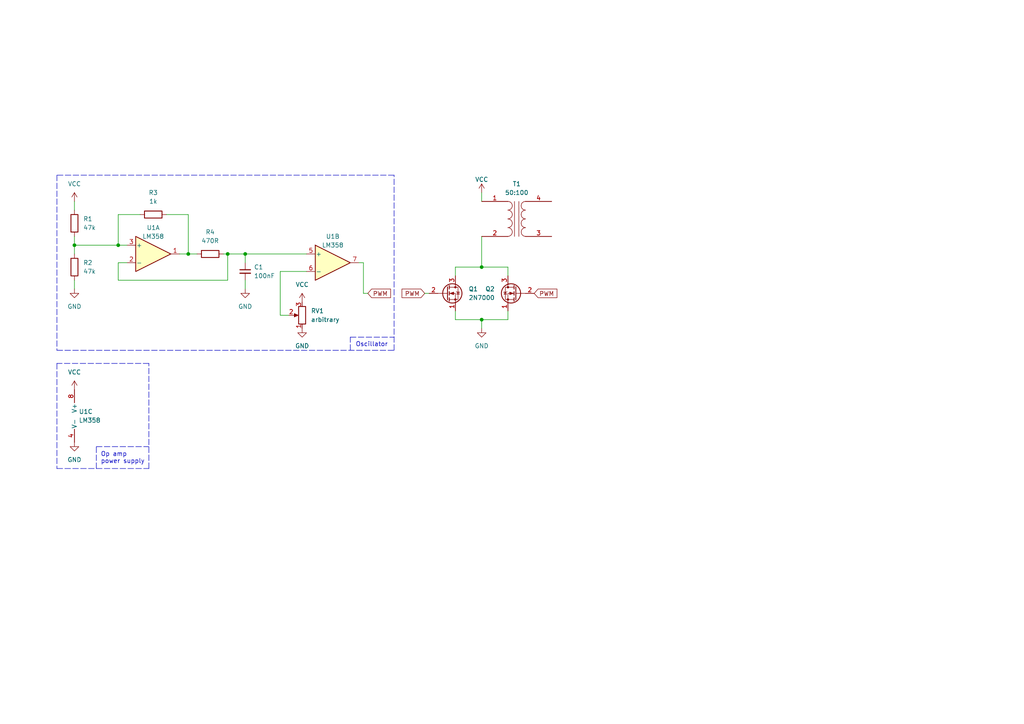
<source format=kicad_sch>
(kicad_sch (version 20211123) (generator eeschema)
  (paper "A4")
  (lib_symbols
    (symbol "Amplifier_Operational:LM358" (pin_names (offset 0.127))
      (property "Reference" "U" (at 0 5.08 0))
      (property "Value" "LM358" (at 0 -5.08 0))
      (symbol "LM358_1_1"
        (polyline (pts (xy -5.08 5.08) (xy 5.08 0) (xy -5.08 -5.08) (xy -5.08 5.08)) (stroke (width 0.254)) (fill (type background)))
        (pin output line (at 7.62 0 180) (length 2.54) (name "~") (number "1"))
        (pin input line (at -7.62 -2.54 0) (length 2.54) (name "-") (number "2"))
        (pin input line (at -7.62 2.54 0) (length 2.54) (name "+") (number "3"))
      )
      (symbol "LM358_2_1"
        (polyline (pts (xy -5.08 5.08) (xy 5.08 0) (xy -5.08 -5.08) (xy -5.08 5.08)) (stroke (width 0.254)) (fill (type background)))
        (pin input line (at -7.62 2.54 0) (length 2.54) (name "+") (number "5"))
        (pin input line (at -7.62 -2.54 0) (length 2.54) (name "-") (number "6"))
        (pin output line (at 7.62 0 180) (length 2.54) (name "~") (number "7"))
      )
      (symbol "LM358_3_1"
        (pin power_in line (at -2.54 -7.62 90) (length 3.81) (name "V-") (number "4"))
        (pin power_in line (at -2.54 7.62 270) (length 3.81) (name "V+") (number "8"))
      )
    )
    (symbol "Device:C_Small" (pin_numbers hide) (pin_names (offset 0.254) hide)
      (property "Reference" "C" (at 0.254 1.778 0))
      (property "Value" "C_Small" (at 0.254 -2.032 0))
      (symbol "C_Small_0_1"
        (polyline (pts (xy -1.524 -0.508) (xy 1.524 -0.508)) (stroke (width 0.3302)))
        (polyline (pts (xy -1.524 0.508) (xy 1.524 0.508)) (stroke (width 0.3048)))
      )
      (symbol "C_Small_1_1"
        (pin passive line (at 0 2.54 270) (length 2.032) (name "~") (number "1"))
        (pin passive line (at 0 -2.54 90) (length 2.032) (name "~") (number "2"))
      )
    )
    (symbol "Device:R" (pin_numbers hide) (pin_names (offset 0))
      (property "Reference" "R" (at 2.032 0 90))
      (property "Value" "R" (at 0 0 90))
      (symbol "R_0_1"
        (rectangle (start -1.016 -2.54) (end 1.016 2.54) (stroke (width 0.254)))
      )
      (symbol "R_1_1"
        (pin passive line (at 0 3.81 270) (length 1.27) (name "~") (number "1"))
        (pin passive line (at 0 -3.81 90) (length 1.27) (name "~") (number "2"))
      )
    )
    (symbol "Device:R_Potentiometer" (pin_names (offset 1.016) hide)
      (property "Reference" "RV" (at -4.445 0 90))
      (property "Value" "R_Potentiometer" (at -2.54 0 90))
      (symbol "R_Potentiometer_0_1"
        (polyline (pts (xy 2.54 0) (xy 1.524 0)))
        (polyline (pts (xy 1.143 0) (xy 2.286 0.508) (xy 2.286 -0.508) (xy 1.143 0)) (fill (type outline)))
        (rectangle (start 1.016 2.54) (end -1.016 -2.54) (stroke (width 0.254)))
      )
      (symbol "R_Potentiometer_1_1"
        (pin passive line (at 0 3.81 270) (length 1.27) (name "1") (number "1"))
        (pin passive line (at 3.81 0 180) (length 1.27) (name "2") (number "2"))
        (pin passive line (at 0 -3.81 90) (length 1.27) (name "3") (number "3"))
      )
    )
    (symbol "Device:Transformer_1P_1S" (pin_names (offset 1.016) hide)
      (property "Reference" "T" (at 0 6.35 0))
      (property "Value" "Transformer_1P_1S" (at 0 -7.62 0))
      (symbol "Transformer_1P_1S_0_1"
        (arc (start -2.54 -5.0546) (mid -1.6561 -4.6863) (end -1.27 -3.81))
        (arc (start -2.54 -2.5146) (mid -1.6561 -2.1463) (end -1.27 -1.27))
        (arc (start -2.54 0.0254) (mid -1.6561 0.3937) (end -1.27 1.27))
        (arc (start -2.54 2.5654) (mid -1.6561 2.9337) (end -1.27 3.81))
        (arc (start -1.27 -3.81) (mid -1.642 -2.912) (end -2.54 -2.54))
        (arc (start -1.27 -1.27) (mid -1.642 -0.372) (end -2.54 0))
        (arc (start -1.27 1.27) (mid -1.642 2.168) (end -2.54 2.54))
        (arc (start -1.27 3.81) (mid -1.642 4.708) (end -2.54 5.08))
        (polyline (pts (xy -0.635 5.08) (xy -0.635 -5.08)))
        (polyline (pts (xy 0.635 -5.08) (xy 0.635 5.08)))
        (arc (start 1.2954 -1.27) (mid 1.6599 -2.1501) (end 2.54 -2.5146))
        (arc (start 1.2954 1.27) (mid 1.6599 0.3899) (end 2.54 0.0254))
        (arc (start 1.2954 3.81) (mid 1.6599 2.9299) (end 2.54 2.5654))
        (arc (start 1.3208 -3.81) (mid 1.6853 -4.6901) (end 2.5654 -5.0546))
        (arc (start 2.54 0) (mid 1.6456 -0.3683) (end 1.2954 -1.27))
        (arc (start 2.54 2.54) (mid 1.6456 2.1717) (end 1.2954 1.27))
        (arc (start 2.54 5.08) (mid 1.6456 4.7117) (end 1.2954 3.81))
        (arc (start 2.5654 -2.54) (mid 1.671 -2.9083) (end 1.3208 -3.81))
      )
      (symbol "Transformer_1P_1S_1_1"
        (pin passive line (at -10.16 5.08 0) (length 7.62) (name "AA") (number "1"))
        (pin passive line (at -10.16 -5.08 0) (length 7.62) (name "AB") (number "2"))
        (pin passive line (at 10.16 -5.08 180) (length 7.62) (name "SA") (number "3"))
        (pin passive line (at 10.16 5.08 180) (length 7.62) (name "SB") (number "4"))
      )
    )
    (symbol "Transistor_FET:2N7000" (pin_names hide)
      (property "Reference" "Q" (at 5.08 1.905 0))
      (property "Value" "2N7000" (at 5.08 0 0))
      (symbol "2N7000_0_1"
        (polyline (pts (xy 0.254 0) (xy -2.54 0)))
        (polyline (pts (xy 0.254 1.905) (xy 0.254 -1.905)) (stroke (width 0.254)))
        (polyline (pts (xy 0.762 -1.27) (xy 0.762 -2.286)) (stroke (width 0.254)))
        (polyline (pts (xy 0.762 0.508) (xy 0.762 -0.508)) (stroke (width 0.254)))
        (polyline (pts (xy 0.762 2.286) (xy 0.762 1.27)) (stroke (width 0.254)))
        (polyline (pts (xy 2.54 2.54) (xy 2.54 1.778)))
        (polyline (pts (xy 2.54 -2.54) (xy 2.54 0) (xy 0.762 0)))
        (polyline (pts (xy 0.762 -1.778) (xy 3.302 -1.778) (xy 3.302 1.778) (xy 0.762 1.778)))
        (polyline (pts (xy 1.016 0) (xy 2.032 0.381) (xy 2.032 -0.381) (xy 1.016 0)) (fill (type outline)))
        (polyline (pts (xy 2.794 0.508) (xy 2.921 0.381) (xy 3.683 0.381) (xy 3.81 0.254)))
        (polyline (pts (xy 3.302 0.381) (xy 2.921 -0.254) (xy 3.683 -0.254) (xy 3.302 0.381)))
        (circle (center 1.651 0) (radius 2.794) (stroke (width 0.254)))
        (circle (center 2.54 -1.778) (radius 0.254) (fill (type outline)))
        (circle (center 2.54 1.778) (radius 0.254) (fill (type outline)))
      )
      (symbol "2N7000_1_1"
        (pin passive line (at 2.54 -5.08 90) (length 2.54) (name "S") (number "1"))
        (pin input line (at -5.08 0 0) (length 2.54) (name "G") (number "2"))
        (pin passive line (at 2.54 5.08 270) (length 2.54) (name "D") (number "3"))
      )
    )
    (symbol "power:GND" (power) (pin_names (offset 0))
      (property "Value" "GND" (at 0 -3.81 0))
      (symbol "GND_0_1"
        (polyline (pts (xy 0 0) (xy 0 -1.27) (xy 1.27 -1.27) (xy 0 -2.54) (xy -1.27 -1.27) (xy 0 -1.27)))
      )
      (symbol "GND_1_1"
        (pin power_in line (at 0 0 270) (length 0) hide (name "GND") (number "1"))
      )
    )
    (symbol "power:VCC" (power) (pin_names (offset 0))
      (property "Value" "VCC" (at 0 3.81 0))
      (symbol "VCC_0_1"
        (polyline (pts (xy -0.762 1.27) (xy 0 2.54)))
        (polyline (pts (xy 0 0) (xy 0 2.54)))
        (polyline (pts (xy 0 2.54) (xy 0.762 1.27)))
      )
      (symbol "VCC_1_1"
        (pin power_in line (at 0 0 90) (length 0) hide (name "VCC") (number "1"))
      )
    )
  )
  (junction (at 21.59 71.12))
  (junction (at 34.29 71.12))
  (junction (at 66.04 73.66))
  (junction (at 71.12 73.66))
  (junction (at 54.61 73.66))
  (junction (at 139.7 77.47))
  (junction (at 139.7 92.71))
  (wire (pts (xy 139.7 55.88) (xy 139.7 58.42)))
  (wire (pts (xy 83.82 91.44) (xy 81.28 91.44)))
  (wire (pts (xy 21.59 68.58) (xy 21.59 71.12)))
  (wire (pts (xy 34.29 76.2) (xy 34.29 81.28)))
  (wire (pts (xy 71.12 81.28) (xy 71.12 83.82)))
  (wire (pts (xy 106.68 85.09) (xy 105.41 85.09)))
  (wire (pts (xy 34.29 81.28) (xy 66.04 81.28)))
  (wire (pts (xy 48.26 62.23) (xy 54.61 62.23)))
  (wire (pts (xy 147.32 77.47) (xy 147.32 80.01)))
  (polyline (pts (xy 16.51 105.41) (xy 16.51 135.89)))
  (wire (pts (xy 139.7 68.58) (xy 139.7 77.47)))
  (polyline (pts (xy 114.3 101.6) (xy 114.3 50.8)))
  (polyline (pts (xy 16.51 50.8) (xy 16.51 101.6)))
  (wire (pts (xy 139.7 77.47) (xy 147.32 77.47)))
  (wire (pts (xy 132.08 80.01) (xy 132.08 77.47)))
  (polyline (pts (xy 16.51 135.89) (xy 43.18 135.89)))
  (wire (pts (xy 21.59 81.28) (xy 21.59 83.82)))
  (wire (pts (xy 81.28 78.74) (xy 88.9 78.74)))
  (wire (pts (xy 147.32 92.71) (xy 147.32 90.17)))
  (wire (pts (xy 71.12 73.66) (xy 71.12 76.2)))
  (polyline (pts (xy 114.3 50.8) (xy 16.51 50.8)))
  (polyline (pts (xy 16.51 101.6) (xy 114.3 101.6)))
  (wire (pts (xy 104.14 76.2) (xy 105.41 76.2)))
  (wire (pts (xy 123.19 85.09) (xy 124.46 85.09)))
  (wire (pts (xy 34.29 71.12) (xy 34.29 62.23)))
  (wire (pts (xy 132.08 77.47) (xy 139.7 77.47)))
  (wire (pts (xy 54.61 62.23) (xy 54.61 73.66)))
  (wire (pts (xy 71.12 73.66) (xy 88.9 73.66)))
  (wire (pts (xy 21.59 58.42) (xy 21.59 60.96)))
  (wire (pts (xy 66.04 73.66) (xy 64.77 73.66)))
  (wire (pts (xy 34.29 71.12) (xy 36.83 71.12)))
  (wire (pts (xy 54.61 73.66) (xy 57.15 73.66)))
  (wire (pts (xy 132.08 92.71) (xy 139.7 92.71)))
  (polyline (pts (xy 43.18 135.89) (xy 43.18 105.41)))
  (wire (pts (xy 139.7 92.71) (xy 147.32 92.71)))
  (wire (pts (xy 66.04 73.66) (xy 71.12 73.66)))
  (polyline (pts (xy 27.94 135.89) (xy 27.94 129.54)))
  (wire (pts (xy 21.59 71.12) (xy 21.59 73.66)))
  (wire (pts (xy 132.08 90.17) (xy 132.08 92.71)))
  (wire (pts (xy 66.04 81.28) (xy 66.04 73.66)))
  (wire (pts (xy 34.29 62.23) (xy 40.64 62.23)))
  (wire (pts (xy 54.61 73.66) (xy 52.07 73.66)))
  (polyline (pts (xy 101.6 97.79) (xy 114.3 97.79)))
  (wire (pts (xy 21.59 71.12) (xy 34.29 71.12)))
  (wire (pts (xy 105.41 85.09) (xy 105.41 76.2)))
  (wire (pts (xy 36.83 76.2) (xy 34.29 76.2)))
  (wire (pts (xy 81.28 91.44) (xy 81.28 78.74)))
  (polyline (pts (xy 27.94 129.54) (xy 43.18 129.54)))
  (wire (pts (xy 139.7 92.71) (xy 139.7 95.25)))
  (polyline (pts (xy 43.18 105.41) (xy 16.51 105.41)))
  (polyline (pts (xy 101.6 101.6) (xy 101.6 97.79)))
  (text "Oscillator" (at 103.1309 100.7207 0) (effects (font (size 1.27 1.27)) (justify left bottom)))
  (text "Op amp\npower supply" (at 29.21 134.62 0) (effects (font (size 1.27 1.27)) (justify left bottom)))
  (global_label "PWM" (shape input) (at 154.94 85.09 0) (property "Intersheet References" "${INTERSHEET_REFS}" (effects hide)))
  (global_label "PWM" (shape input) (at 106.68 85.09 0) (property "Intersheet References" "${INTERSHEET_REFS}" (effects hide)))
  (global_label "PWM" (shape input) (at 123.19 85.09 180) (property "Intersheet References" "${INTERSHEET_REFS}" (effects hide)))
  (symbol (lib_id "Device:R_Potentiometer") (at 87.63 91.44 180) (unit 1)
    (property "Reference" "RV1" (at 90.17 90.1699 0) (effects (justify right)))
    (property "Value" "arbitrary" (at 90.17 92.7099 0) (effects (justify right)))
    (property "Footprint" "Potentiometer_THT:Potentiometer_Runtron_RM-065_Vertical" (effects hide))
  )
  (symbol (lib_id "power:GND") (at 71.12 83.82 0) (unit 1)
    (property "Reference" "#PWR0102" (effects hide))
    (property "Value" "GND" (at 71.12 88.9 0))
  )
  (symbol (lib_id "power:GND") (at 21.59 128.27 0) (unit 1)
    (property "Reference" "#PWR0107" (effects hide))
    (property "Value" "GND" (at 21.59 133.35 0))
  )
  (symbol (lib_id "power:VCC") (at 21.59 113.03 0) (unit 1)
    (property "Reference" "#PWR0108" (effects hide))
    (property "Value" "VCC" (at 21.59 107.95 0))
  )
  (symbol (lib_id "Device:R") (at 60.96 73.66 90) (unit 1)
    (property "Reference" "R4" (at 60.96 67.31 90))
    (property "Value" "470R" (at 60.96 69.85 90))
    (property "Footprint" "Resistor_SMD:R_1206_3216Metric_Pad1.30x1.75mm_HandSolder" (effects hide))
  )
  (symbol (lib_id "power:GND") (at 21.59 83.82 0) (unit 1)
    (property "Reference" "#PWR0106" (effects hide))
    (property "Value" "GND" (at 21.59 88.9 0))
  )
  (symbol (lib_id "Amplifier_Operational:LM358") (at 24.13 120.65 0) (unit 3)
    (property "Reference" "U1" (at 22.86 119.3799 0) (effects (justify left)))
    (property "Value" "LM358" (at 22.86 121.9199 0) (effects (justify left)))
    (property "Footprint" "Package_DIP:DIP-8_W7.62mm_LongPads" (effects hide))
    (property "Datasheet" "http://www.ti.com/lit/ds/symlink/lm2904-n.pdf" (effects hide))
  )
  (symbol (lib_id "Device:R") (at 44.45 62.23 90) (unit 1)
    (property "Reference" "R3" (at 44.45 55.88 90))
    (property "Value" "1k" (at 44.45 58.42 90))
    (property "Footprint" "Resistor_SMD:R_1206_3216Metric_Pad1.30x1.75mm_HandSolder" (effects hide))
  )
  (symbol (lib_id "power:GND") (at 87.63 95.25 0) (unit 1)
    (property "Reference" "#PWR0104" (effects hide))
    (property "Value" "GND" (at 87.63 100.33 0))
  )
  (symbol (lib_id "power:VCC") (at 21.59 58.42 0) (unit 1)
    (property "Reference" "#PWR0109" (effects hide))
    (property "Value" "VCC" (at 21.59 53.34 0))
  )
  (symbol (lib_id "power:VCC") (at 87.63 87.63 0) (unit 1)
    (property "Reference" "#PWR0105" (effects hide))
    (property "Value" "VCC" (at 87.63 82.55 0))
  )
  (symbol (lib_id "Amplifier_Operational:LM358") (at 44.45 73.66 0) (unit 1)
    (property "Reference" "U1" (at 44.45 66.04 0))
    (property "Value" "LM358" (at 44.45 68.58 0))
    (property "Footprint" "Package_DIP:DIP-8_W7.62mm_LongPads" (effects hide))
    (property "Datasheet" "http://www.ti.com/lit/ds/symlink/lm2904-n.pdf" (effects hide))
  )
  (symbol (lib_id "Amplifier_Operational:LM358") (at 96.52 76.2 0) (unit 2)
    (property "Reference" "U1" (at 96.52 68.58 0))
    (property "Value" "LM358" (at 96.52 71.12 0))
    (property "Footprint" "Package_DIP:DIP-8_W7.62mm_LongPads" (effects hide))
    (property "Datasheet" "http://www.ti.com/lit/ds/symlink/lm2904-n.pdf" (effects hide))
  )
  (symbol (lib_id "Transistor_FET:2N7000") (at 149.86 85.09 0) (mirror y) (unit 1)
    (property "Reference" "Q2" (at 143.51 83.8199 0) (effects (justify left)))
    (property "Value" "2N7000" (at 143.51 86.3599 0) (effects (justify left)))
    (property "Footprint" "Package_TO_SOT_THT:TO-92_Inline" (effects hide))
    (property "Datasheet" "https://www.onsemi.com/pub/Collateral/NDS7002A-D.PDF" (effects hide))
  )
  (symbol (lib_id "Device:C_Small") (at 71.12 78.74 0) (unit 1)
    (property "Reference" "C1" (at 73.66 77.4762 0) (effects (justify left)))
    (property "Value" "100nF" (at 73.66 80.0162 0) (effects (justify left)))
    (property "Footprint" "Capacitor_SMD:C_1206_3216Metric_Pad1.33x1.80mm_HandSolder" (effects hide))
  )
  (symbol (lib_id "Device:Transformer_1P_1S") (at 149.86 63.5 0) (unit 1)
    (property "Reference" "T1" (at 149.8727 53.34 0))
    (property "Value" "50:100" (at 149.8727 55.88 0))
    (property "Footprint" "custom:transformer_1" (effects hide))
  )
  (symbol (lib_id "power:VCC") (at 139.7 55.88 0) (unit 1)
    (property "Reference" "#PWR0101" (effects hide))
    (property "Value" "VCC" (at 139.7 52.07 0))
  )
  (symbol (lib_id "Transistor_FET:2N7000") (at 129.54 85.09 0) (unit 1)
    (property "Reference" "Q1" (at 135.89 83.8199 0) (effects (justify left)))
    (property "Value" "2N7000" (effects hide))
    (property "Footprint" "Package_TO_SOT_THT:TO-92_Inline" (effects hide))
    (property "Datasheet" "https://www.onsemi.com/pub/Collateral/NDS7002A-D.PDF" (effects hide))
  )
  (symbol (lib_id "Device:R") (at 21.59 77.47 0) (unit 1)
    (property "Reference" "R2" (at 24.13 76.1999 0) (effects (justify left)))
    (property "Value" "47k" (at 24.13 78.7399 0) (effects (justify left)))
    (property "Footprint" "Resistor_SMD:R_1206_3216Metric_Pad1.30x1.75mm_HandSolder" (effects hide))
  )
  (symbol (lib_id "power:GND") (at 139.7 95.25 0) (unit 1)
    (property "Reference" "#PWR0103" (effects hide))
    (property "Value" "GND" (at 139.7 100.33 0))
  )
  (symbol (lib_id "Device:R") (at 21.59 64.77 0) (unit 1)
    (property "Reference" "R1" (at 24.13 63.4999 0) (effects (justify left)))
    (property "Value" "47k" (at 24.13 66.0399 0) (effects (justify left)))
    (property "Footprint" "Resistor_SMD:R_1206_3216Metric_Pad1.30x1.75mm_HandSolder" (effects hide))
  )
)
</source>
